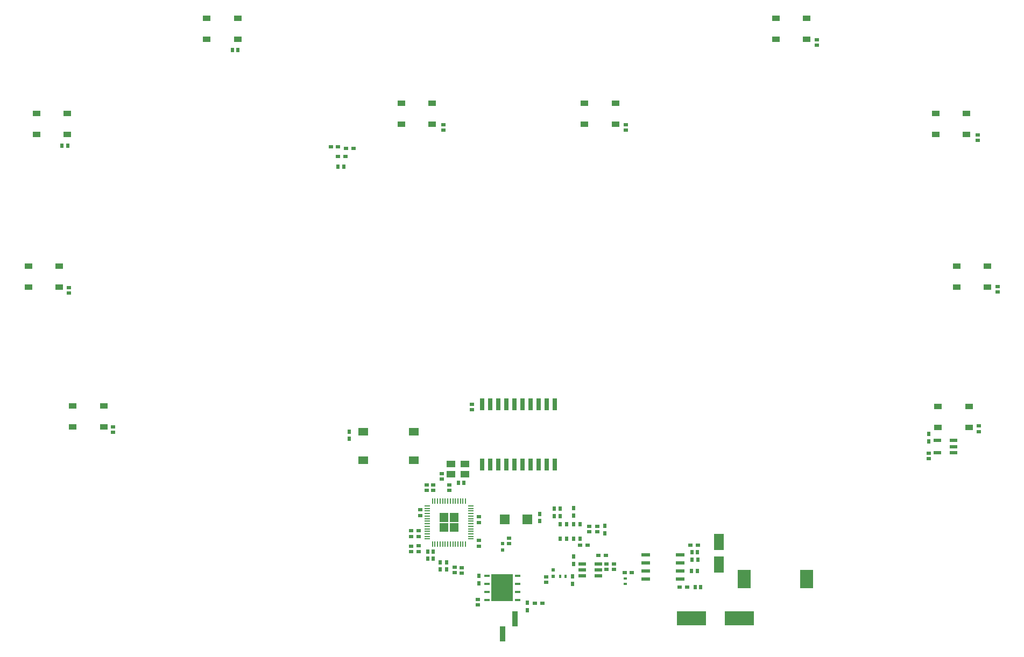
<source format=gtp>
G04*
G04 #@! TF.GenerationSoftware,Altium Limited,Altium Designer,25.3.3 (18)*
G04*
G04 Layer_Color=8421504*
%FSLAX44Y44*%
%MOMM*%
G71*
G04*
G04 #@! TF.SameCoordinates,03B7C616-348C-440E-9E9C-07167A9097DF*
G04*
G04*
G04 #@! TF.FilePolarity,Positive*
G04*
G01*
G75*
%ADD18R,2.0000X3.0000*%
%ADD19R,1.5500X1.3000*%
%ADD20R,0.8500X2.3500*%
%ADD21R,1.2000X0.6000*%
%ADD22R,0.6096X0.7112*%
%ADD23R,0.6000X0.7500*%
%ADD24R,0.6500X1.9500*%
%ADD25R,0.6000X0.6400*%
%ADD26R,1.5000X1.6000*%
%ADD27R,0.6000X0.5000*%
%ADD28R,0.7500X0.6000*%
%ADD29R,0.6400X0.6000*%
%ADD30R,0.5000X0.4000*%
%ADD31R,0.4000X0.5000*%
%ADD32R,4.5500X2.3000*%
%ADD33R,1.6000X2.5000*%
%ADD34R,1.4605X0.5588*%
%ADD35R,0.1778X0.8128*%
%ADD36R,0.8128X0.1778*%
%ADD37R,1.4000X1.1000*%
%ADD38R,3.4000X4.3000*%
%ADD39R,0.9600X0.4400*%
%ADD40R,1.2446X0.9398*%
G36*
X-126841Y431959D02*
X-112839D01*
Y445961D01*
X-126841D01*
Y431959D01*
D02*
G37*
G36*
Y447961D02*
X-112839D01*
Y461963D01*
X-126841D01*
Y447961D01*
D02*
G37*
G36*
X-110839Y431959D02*
X-96837D01*
Y445961D01*
X-110839D01*
Y431959D01*
D02*
G37*
G36*
Y447961D02*
X-96837D01*
Y461963D01*
X-110839D01*
Y447961D01*
D02*
G37*
D18*
X450919Y358058D02*
D03*
X352419D02*
D03*
D19*
X-167260Y545190D02*
D03*
Y590190D02*
D03*
X-246760Y545190D02*
D03*
Y590190D02*
D03*
D20*
X-27780Y271460D02*
D03*
X-7780Y294960D02*
D03*
D21*
X97790Y381610D02*
D03*
Y372110D02*
D03*
Y362610D02*
D03*
X122790D02*
D03*
Y372110D02*
D03*
Y381610D02*
D03*
X656790Y556920D02*
D03*
Y575920D02*
D03*
X681790D02*
D03*
Y566420D02*
D03*
Y556920D02*
D03*
D22*
X94411Y421688D02*
D03*
X83911D02*
D03*
X73411D02*
D03*
X62911D02*
D03*
Y444294D02*
D03*
X73411D02*
D03*
X83911D02*
D03*
X94411D02*
D03*
D23*
X83820Y393100D02*
D03*
Y381600D02*
D03*
X30480Y460410D02*
D03*
Y448910D02*
D03*
X82550Y362020D02*
D03*
Y350520D02*
D03*
X-125730Y372710D02*
D03*
Y384210D02*
D03*
X-115570Y372710D02*
D03*
Y384210D02*
D03*
X11351Y320631D02*
D03*
Y309131D02*
D03*
X-64770Y351120D02*
D03*
Y362620D02*
D03*
X133350Y441360D02*
D03*
Y429860D02*
D03*
X83820Y469300D02*
D03*
Y457800D02*
D03*
X642620Y574640D02*
D03*
Y586140D02*
D03*
X-269240Y589950D02*
D03*
Y578450D02*
D03*
D24*
X-59690Y632720D02*
D03*
X-46990D02*
D03*
X-34290D02*
D03*
X-21590D02*
D03*
X-8890D02*
D03*
X3810D02*
D03*
X16510D02*
D03*
X29210D02*
D03*
X41910D02*
D03*
X54610D02*
D03*
Y538220D02*
D03*
X41910D02*
D03*
X29210D02*
D03*
X16510D02*
D03*
X3810D02*
D03*
X-8890D02*
D03*
X-21590D02*
D03*
X-34290D02*
D03*
X-46990D02*
D03*
X-59690D02*
D03*
D25*
X-277540Y1007110D02*
D03*
X-286340D02*
D03*
X62820Y457200D02*
D03*
X54020D02*
D03*
X270289Y400361D02*
D03*
X279089D02*
D03*
X275590Y345440D02*
D03*
X284390D02*
D03*
X269841Y370761D02*
D03*
X278641D02*
D03*
X279400Y388620D02*
D03*
X270600D02*
D03*
X-145370Y389890D02*
D03*
X-136570D02*
D03*
X-145370Y401320D02*
D03*
X-136570D02*
D03*
X-97110Y509270D02*
D03*
X-88310D02*
D03*
X54020Y468630D02*
D03*
X62820D02*
D03*
X-452789Y1191181D02*
D03*
X-443989D02*
D03*
X-720759Y1040051D02*
D03*
X-711959D02*
D03*
D26*
X-24350Y452120D02*
D03*
X11650D02*
D03*
D27*
X-27940Y403940D02*
D03*
Y413940D02*
D03*
X52070Y362030D02*
D03*
Y372030D02*
D03*
D28*
X-273799Y1036241D02*
D03*
X-262299D02*
D03*
X-297929Y1038781D02*
D03*
X-286429D02*
D03*
X-286499Y1023541D02*
D03*
X-274999D02*
D03*
X134620Y394970D02*
D03*
X123120D02*
D03*
X164430Y368300D02*
D03*
X175930D02*
D03*
X262890Y345440D02*
D03*
X251390D02*
D03*
X267900Y411480D02*
D03*
X279400D02*
D03*
X34960Y320040D02*
D03*
X23460D02*
D03*
X94580Y411480D02*
D03*
X106080D02*
D03*
D29*
X-76200Y633050D02*
D03*
Y624250D02*
D03*
X-160020Y410120D02*
D03*
Y401320D02*
D03*
X-171450Y400730D02*
D03*
Y409530D02*
D03*
X40640Y352470D02*
D03*
Y361270D02*
D03*
X147320Y381590D02*
D03*
Y372790D02*
D03*
X135890Y381590D02*
D03*
Y372790D02*
D03*
X-64770Y409620D02*
D03*
Y418420D02*
D03*
X-17780Y422230D02*
D03*
Y413430D02*
D03*
X642620Y556170D02*
D03*
Y547370D02*
D03*
X-66119Y316831D02*
D03*
Y325631D02*
D03*
X-92268Y375771D02*
D03*
Y366971D02*
D03*
X-102870Y376510D02*
D03*
Y367710D02*
D03*
X-160020Y424860D02*
D03*
Y433660D02*
D03*
X-171450Y424860D02*
D03*
Y433660D02*
D03*
X-157480Y457880D02*
D03*
Y466680D02*
D03*
X-111760Y497250D02*
D03*
Y506050D02*
D03*
X-147320Y497250D02*
D03*
Y506050D02*
D03*
X-137160D02*
D03*
Y497250D02*
D03*
X-123190Y523830D02*
D03*
Y515030D02*
D03*
X109141Y432401D02*
D03*
Y441201D02*
D03*
X121841Y441201D02*
D03*
Y432401D02*
D03*
X-64770Y447130D02*
D03*
Y455930D02*
D03*
X721360Y589960D02*
D03*
Y598760D02*
D03*
X751761Y809591D02*
D03*
Y818391D02*
D03*
X720011Y1048351D02*
D03*
Y1057151D02*
D03*
X467281Y1198211D02*
D03*
Y1207011D02*
D03*
X166291Y1064861D02*
D03*
Y1073661D02*
D03*
X-120729Y1064861D02*
D03*
Y1073661D02*
D03*
X-710009Y808321D02*
D03*
Y817121D02*
D03*
X-640159Y597411D02*
D03*
Y588611D02*
D03*
D30*
X165100Y358330D02*
D03*
Y350330D02*
D03*
D31*
X71310Y361950D02*
D03*
X63310D02*
D03*
D32*
X269340Y295910D02*
D03*
X345340D02*
D03*
D33*
X312420Y416000D02*
D03*
Y381000D02*
D03*
D34*
X251952Y396161D02*
D03*
Y383461D02*
D03*
Y370761D02*
D03*
Y358061D02*
D03*
X197470D02*
D03*
Y370761D02*
D03*
Y383461D02*
D03*
Y396161D02*
D03*
D35*
X-109839Y480997D02*
D03*
X-85839Y412925D02*
D03*
X-89839D02*
D03*
X-93839D02*
D03*
X-97839D02*
D03*
X-101839D02*
D03*
X-105839D02*
D03*
X-113839D02*
D03*
X-117839D02*
D03*
X-121839D02*
D03*
X-125839D02*
D03*
X-133839D02*
D03*
X-137839D02*
D03*
Y480997D02*
D03*
X-133839D02*
D03*
X-129839D02*
D03*
X-125839D02*
D03*
X-121839D02*
D03*
X-113839D02*
D03*
X-105839D02*
D03*
X-101839D02*
D03*
X-97839D02*
D03*
X-93839D02*
D03*
X-89839D02*
D03*
X-85839D02*
D03*
X-117839D02*
D03*
X-129839Y412925D02*
D03*
X-109839D02*
D03*
D36*
X-145875Y420961D02*
D03*
Y424961D02*
D03*
Y428961D02*
D03*
Y432961D02*
D03*
Y436961D02*
D03*
Y440961D02*
D03*
Y444961D02*
D03*
Y448961D02*
D03*
Y452961D02*
D03*
Y456961D02*
D03*
Y460961D02*
D03*
Y464961D02*
D03*
Y468961D02*
D03*
Y472961D02*
D03*
X-77803D02*
D03*
Y468961D02*
D03*
Y464961D02*
D03*
Y460961D02*
D03*
Y456961D02*
D03*
Y452961D02*
D03*
Y448961D02*
D03*
Y444961D02*
D03*
Y440961D02*
D03*
Y436961D02*
D03*
Y432961D02*
D03*
Y428961D02*
D03*
Y424961D02*
D03*
Y420961D02*
D03*
D37*
X-108790Y522860D02*
D03*
X-86790Y538860D02*
D03*
X-108790D02*
D03*
X-86790Y522860D02*
D03*
D38*
X-28019Y344091D02*
D03*
D39*
X-4219Y325041D02*
D03*
Y337741D02*
D03*
Y350441D02*
D03*
Y363141D02*
D03*
X-51819D02*
D03*
Y350441D02*
D03*
Y337741D02*
D03*
Y325041D02*
D03*
D40*
X706374Y596910D02*
D03*
Y629910D02*
D03*
X657606D02*
D03*
Y596910D02*
D03*
X735505Y817691D02*
D03*
Y850691D02*
D03*
X686737D02*
D03*
Y817691D02*
D03*
X653717Y1057691D02*
D03*
Y1090691D02*
D03*
X702485D02*
D03*
Y1057691D02*
D03*
X451025Y1207691D02*
D03*
Y1240691D02*
D03*
X402257D02*
D03*
Y1207691D02*
D03*
X150035Y1074351D02*
D03*
Y1107351D02*
D03*
X101267D02*
D03*
Y1074351D02*
D03*
X-138255D02*
D03*
Y1107351D02*
D03*
X-187023D02*
D03*
Y1074351D02*
D03*
X-444325Y1207701D02*
D03*
Y1240701D02*
D03*
X-493093D02*
D03*
Y1207701D02*
D03*
X-712295Y1057691D02*
D03*
Y1090691D02*
D03*
X-761063D02*
D03*
Y1057691D02*
D03*
X-724995Y817691D02*
D03*
Y850691D02*
D03*
X-773763D02*
D03*
Y817691D02*
D03*
X-655145Y597691D02*
D03*
Y630691D02*
D03*
X-703913D02*
D03*
Y597691D02*
D03*
M02*

</source>
